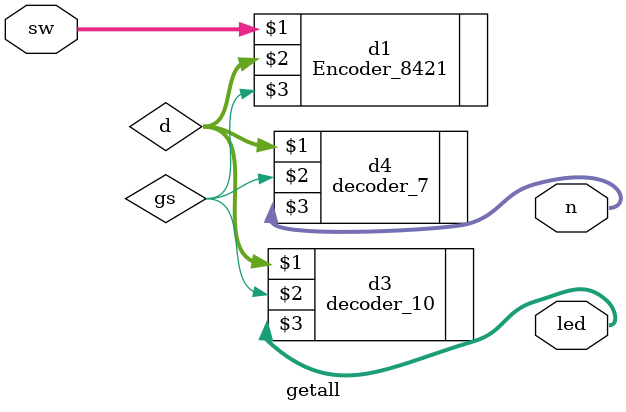
<source format=v>
`timescale 1ns / 1ps


module getall(
    input [9:0] sw,
    output [9:0] led,
    output [6:0] n
    );
    wire [3:0] d;
    wire gs;
    Encoder_8421 d1(sw,d,gs);
    decoder_10 d3(d,gs,led);
    decoder_7 d4(d,gs,n);
endmodule

</source>
